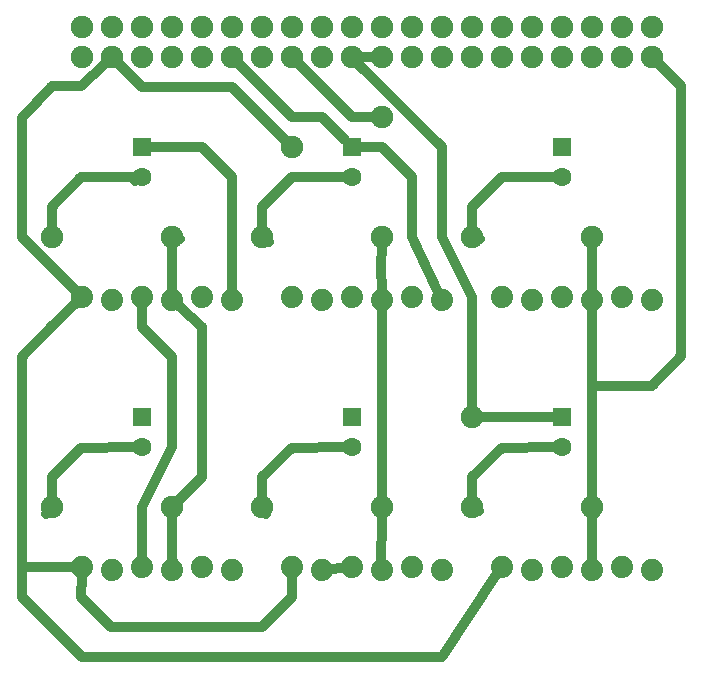
<source format=gbl>
G04 MADE WITH FRITZING*
G04 WWW.FRITZING.ORG*
G04 DOUBLE SIDED*
G04 HOLES PLATED*
G04 CONTOUR ON CENTER OF CONTOUR VECTOR*
%ASAXBY*%
%FSLAX23Y23*%
%MOIN*%
%OFA0B0*%
%SFA1.0B1.0*%
%ADD10C,0.075000*%
%ADD11C,0.062992*%
%ADD12C,0.074000*%
%ADD13C,0.075433*%
%ADD14C,0.074667*%
%ADD15C,0.074695*%
%ADD16R,0.062992X0.062992*%
%ADD17C,0.032000*%
%LNCOPPER0*%
G90*
G70*
G54D10*
X1702Y684D03*
X2102Y684D03*
X1002Y684D03*
X1402Y684D03*
X302Y684D03*
X702Y684D03*
X1002Y1584D03*
X1402Y1584D03*
X302Y1584D03*
X702Y1584D03*
X1702Y1584D03*
X2102Y1584D03*
G54D11*
X1302Y983D03*
X1302Y884D03*
X2002Y983D03*
X2002Y884D03*
X602Y983D03*
X602Y884D03*
X2002Y1883D03*
X2002Y1784D03*
X1302Y1883D03*
X1302Y1784D03*
X602Y1883D03*
X602Y1784D03*
G54D12*
X902Y1374D03*
X802Y1384D03*
X702Y1374D03*
X602Y1384D03*
X502Y1374D03*
X402Y1384D03*
X1602Y1374D03*
X1502Y1384D03*
X1402Y1374D03*
X1302Y1384D03*
X1202Y1374D03*
X1102Y1384D03*
X2302Y1374D03*
X2202Y1384D03*
X2102Y1374D03*
X2002Y1384D03*
X1902Y1374D03*
X1802Y1384D03*
X902Y474D03*
X802Y484D03*
X702Y474D03*
X602Y484D03*
X502Y474D03*
X402Y484D03*
X1602Y474D03*
X1502Y484D03*
X1402Y474D03*
X1302Y484D03*
X1202Y474D03*
X1102Y484D03*
X2302Y474D03*
X2202Y484D03*
X2102Y474D03*
X2002Y484D03*
X1902Y474D03*
X1802Y484D03*
G54D13*
X1402Y1984D03*
X1702Y984D03*
X1102Y1884D03*
G54D14*
X402Y2184D03*
X502Y2184D03*
X602Y2184D03*
X702Y2184D03*
G54D15*
X802Y2184D03*
G54D14*
X902Y2184D03*
X1002Y2184D03*
X1102Y2184D03*
X1202Y2184D03*
G54D15*
X1302Y2184D03*
G54D14*
X1402Y2184D03*
G54D15*
X1502Y2184D03*
G54D14*
X1602Y2184D03*
X1702Y2184D03*
X1802Y2184D03*
X1902Y2184D03*
G54D15*
X2002Y2184D03*
G54D14*
X2102Y2184D03*
X2202Y2184D03*
X2302Y2184D03*
X2302Y2284D03*
X2202Y2284D03*
X2102Y2284D03*
G54D15*
X2002Y2284D03*
G54D14*
X1902Y2284D03*
X1802Y2284D03*
X1702Y2284D03*
X1602Y2284D03*
G54D15*
X1502Y2284D03*
G54D14*
X1402Y2284D03*
G54D15*
X1302Y2284D03*
G54D14*
X1202Y2284D03*
X1102Y2284D03*
X1002Y2284D03*
X902Y2284D03*
G54D15*
X802Y2284D03*
G54D14*
X702Y2284D03*
X602Y2284D03*
X502Y2284D03*
X402Y2284D03*
G54D16*
X1302Y983D03*
X2002Y983D03*
X602Y983D03*
X2002Y1883D03*
X1302Y1883D03*
X602Y1883D03*
G54D17*
X2103Y683D02*
X2102Y505D01*
D02*
X2109Y656D02*
X2103Y683D01*
D02*
X1704Y783D02*
X1804Y882D01*
D02*
X1704Y683D02*
X1704Y783D01*
D02*
X1804Y882D02*
X1976Y884D01*
D02*
X1728Y672D02*
X1704Y683D01*
D02*
X1103Y882D02*
X1276Y884D01*
D02*
X1003Y683D02*
X1003Y783D01*
D02*
X1003Y783D02*
X1103Y882D01*
D02*
X1018Y660D02*
X1003Y683D01*
D02*
X401Y882D02*
X576Y884D01*
D02*
X302Y783D02*
X401Y882D01*
D02*
X302Y683D02*
X302Y783D01*
D02*
X284Y662D02*
X302Y683D01*
D02*
X704Y484D02*
X703Y656D01*
D02*
X708Y505D02*
X704Y484D01*
D02*
X1401Y484D02*
X1402Y656D01*
D02*
X1399Y505D02*
X1401Y484D01*
D02*
X704Y1584D02*
X730Y1578D01*
D02*
X703Y1405D02*
X704Y1584D01*
D02*
X600Y1783D02*
X580Y1770D01*
D02*
X302Y1683D02*
X401Y1783D01*
D02*
X401Y1783D02*
X600Y1783D01*
D02*
X302Y1613D02*
X302Y1683D01*
D02*
X1003Y1584D02*
X1003Y1683D01*
D02*
X1103Y1783D02*
X1276Y1784D01*
D02*
X1003Y1683D02*
X1103Y1783D01*
D02*
X1026Y1567D02*
X1003Y1584D01*
D02*
X1704Y1683D02*
X1804Y1783D01*
D02*
X1804Y1783D02*
X1976Y1784D01*
D02*
X1704Y1584D02*
X1704Y1683D01*
D02*
X1730Y1578D02*
X1704Y1584D01*
D02*
X1502Y1584D02*
X1587Y1407D01*
D02*
X1402Y1884D02*
X1503Y1785D01*
D02*
X1329Y1883D02*
X1402Y1884D01*
D02*
X903Y1783D02*
X902Y1405D01*
D02*
X804Y1883D02*
X903Y1783D01*
D02*
X629Y1883D02*
X804Y1883D01*
D02*
X1402Y713D02*
X1402Y1343D01*
D02*
X1401Y1484D02*
X1402Y1556D01*
D02*
X1402Y1405D02*
X1401Y1484D01*
D02*
X2102Y713D02*
X2102Y1343D01*
D02*
X727Y708D02*
X802Y784D01*
D02*
X2103Y1086D02*
X2102Y1556D01*
D02*
X2401Y1186D02*
X2302Y1086D01*
D02*
X2401Y2086D02*
X2401Y1186D01*
D02*
X2326Y2161D02*
X2401Y2086D01*
D02*
X2302Y1086D02*
X2103Y1086D01*
D02*
X303Y1484D02*
X380Y1406D01*
D02*
X202Y1982D02*
X203Y1583D01*
D02*
X203Y1583D02*
X303Y1484D01*
D02*
X302Y2086D02*
X202Y1982D01*
D02*
X401Y2086D02*
X302Y2086D01*
D02*
X479Y2161D02*
X401Y2086D01*
D02*
X1002Y284D02*
X1103Y385D01*
D02*
X501Y285D02*
X1002Y284D01*
D02*
X401Y385D02*
X501Y285D01*
D02*
X402Y453D02*
X401Y385D01*
D02*
X926Y2161D02*
X1103Y1984D01*
D02*
X1103Y1984D02*
X1203Y1984D01*
D02*
X1203Y1984D02*
X1280Y1906D01*
D02*
X1129Y2158D02*
X1302Y1984D01*
D02*
X1302Y1984D02*
X1368Y1984D01*
D02*
X1334Y2184D02*
X1371Y2184D01*
D02*
X1976Y983D02*
X1731Y984D01*
D02*
X526Y2161D02*
X603Y2084D01*
D02*
X902Y2084D02*
X1082Y1905D01*
D02*
X603Y2084D02*
X902Y2084D01*
D02*
X371Y484D02*
X203Y485D01*
D02*
X203Y485D02*
X203Y584D01*
D02*
X203Y1183D02*
X303Y1286D01*
D02*
X203Y584D02*
X203Y1183D01*
D02*
X303Y1286D02*
X380Y1362D01*
D02*
X1785Y458D02*
X1603Y184D01*
D02*
X1603Y184D02*
X402Y184D01*
D02*
X402Y184D02*
X203Y385D01*
D02*
X203Y385D02*
X203Y485D01*
D02*
X203Y485D02*
X371Y484D01*
D02*
X1233Y477D02*
X1271Y481D01*
D02*
X602Y1348D02*
X602Y1284D01*
D02*
X602Y1284D02*
X702Y1184D01*
D02*
X702Y1184D02*
X702Y884D01*
D02*
X602Y684D02*
X602Y521D01*
D02*
X702Y884D02*
X602Y684D01*
D02*
X1103Y385D02*
X1103Y453D01*
D02*
X1603Y1884D02*
X1325Y2162D01*
D02*
X1603Y1584D02*
X1603Y1884D01*
D02*
X1603Y1884D02*
X1603Y1584D01*
D02*
X1603Y1584D02*
X1603Y1884D01*
D02*
X1702Y1385D02*
X1603Y1584D01*
D02*
X1702Y1184D02*
X1702Y1385D01*
D02*
X1702Y1013D02*
X1702Y1184D01*
D02*
X1502Y1784D02*
X1502Y1584D01*
D02*
X1503Y1785D02*
X1502Y1784D01*
D02*
X802Y1284D02*
X730Y1350D01*
D02*
X802Y784D02*
X802Y1284D01*
G04 End of Copper0*
M02*
</source>
